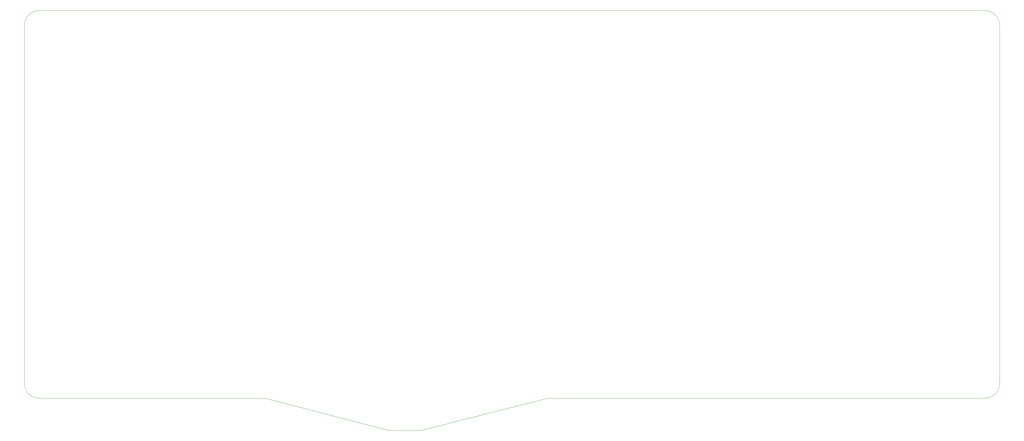
<source format=gbr>
%TF.GenerationSoftware,KiCad,Pcbnew,(5.1.6)-1*%
%TF.CreationDate,2021-09-12T01:22:44+02:00*%
%TF.ProjectId,Kanagawa,4b616e61-6761-4776-912e-6b696361645f,rev?*%
%TF.SameCoordinates,Original*%
%TF.FileFunction,Profile,NP*%
%FSLAX46Y46*%
G04 Gerber Fmt 4.6, Leading zero omitted, Abs format (unit mm)*
G04 Created by KiCad (PCBNEW (5.1.6)-1) date 2021-09-12 01:22:44*
%MOMM*%
%LPD*%
G01*
G04 APERTURE LIST*
%TA.AperFunction,Profile*%
%ADD10C,0.050000*%
%TD*%
G04 APERTURE END LIST*
D10*
X137890000Y-210232000D02*
X60890000Y-210232000D01*
X179890000Y-221232000D02*
X137890000Y-210232000D01*
X190890000Y-221232000D02*
X179890000Y-221232000D01*
X233890000Y-210232000D02*
X190890000Y-221232000D01*
X382890000Y-210232000D02*
X233890000Y-210232000D01*
X382890000Y-78232000D02*
G75*
G02*
X387890000Y-83232000I0J-5000000D01*
G01*
X55890000Y-83232000D02*
G75*
G02*
X60890000Y-78232000I5000000J0D01*
G01*
X60890000Y-210232000D02*
G75*
G02*
X55890000Y-205232000I0J5000000D01*
G01*
X387890000Y-205232000D02*
G75*
G02*
X382890000Y-210232000I-5000000J0D01*
G01*
X387890000Y-108966000D02*
X387890000Y-83232000D01*
X382890000Y-78232000D02*
X60890000Y-78232000D01*
X387890000Y-205232000D02*
X387890000Y-108966000D01*
X55890000Y-83232000D02*
X55890000Y-205232000D01*
M02*

</source>
